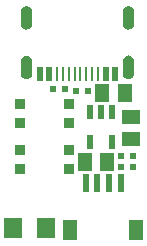
<source format=gbr>
G04 EAGLE Gerber RS-274X export*
G75*
%MOMM*%
%FSLAX34Y34*%
%LPD*%
%INSolderpaste Top*%
%IPPOS*%
%AMOC8*
5,1,8,0,0,1.08239X$1,22.5*%
G01*
%ADD10R,1.240000X1.500000*%
%ADD11R,0.900000X0.850000*%
%ADD12R,0.575000X1.150000*%
%ADD13R,0.275000X1.150000*%
%ADD14R,0.600000X0.600000*%
%ADD15R,0.500000X1.550000*%
%ADD16R,1.200000X1.800000*%
%ADD17R,0.550000X1.200000*%
%ADD18R,0.500000X0.500000*%
%ADD19R,1.500000X1.240000*%
%ADD20R,1.600000X1.800000*%
%ADD21R,0.900000X0.900000*%

G36*
X46724Y181351D02*
X46724Y181351D01*
X46724Y181352D01*
X46725Y181352D01*
X47799Y181727D01*
X47799Y181728D01*
X47800Y181728D01*
X48763Y182333D01*
X48763Y182334D01*
X48764Y182334D01*
X49568Y183138D01*
X49568Y183139D01*
X49569Y183139D01*
X50174Y184102D01*
X50174Y184103D01*
X50175Y184103D01*
X50550Y185177D01*
X50550Y185178D01*
X50551Y185178D01*
X50552Y185193D01*
X50553Y185198D01*
X50553Y185203D01*
X50554Y185208D01*
X50555Y185213D01*
X50555Y185218D01*
X50556Y185223D01*
X50556Y185228D01*
X50559Y185253D01*
X50560Y185258D01*
X50560Y185263D01*
X50561Y185268D01*
X50561Y185273D01*
X50562Y185278D01*
X50562Y185283D01*
X50563Y185288D01*
X50566Y185313D01*
X50566Y185318D01*
X50567Y185323D01*
X50567Y185328D01*
X50568Y185333D01*
X50569Y185337D01*
X50569Y185338D01*
X50569Y185342D01*
X50569Y185343D01*
X50570Y185347D01*
X50572Y185372D01*
X50573Y185377D01*
X50574Y185382D01*
X50574Y185387D01*
X50575Y185392D01*
X50575Y185397D01*
X50576Y185402D01*
X50576Y185407D01*
X50579Y185432D01*
X50580Y185437D01*
X50580Y185442D01*
X50581Y185447D01*
X50581Y185452D01*
X50582Y185457D01*
X50583Y185462D01*
X50583Y185467D01*
X50585Y185487D01*
X50586Y185492D01*
X50586Y185496D01*
X50586Y185497D01*
X50587Y185501D01*
X50587Y185502D01*
X50588Y185506D01*
X50588Y185511D01*
X50589Y185516D01*
X50589Y185521D01*
X50590Y185526D01*
X50592Y185546D01*
X50593Y185551D01*
X50593Y185556D01*
X50594Y185561D01*
X50594Y185566D01*
X50595Y185571D01*
X50595Y185576D01*
X50596Y185581D01*
X50597Y185586D01*
X50599Y185606D01*
X50599Y185611D01*
X50600Y185616D01*
X50600Y185621D01*
X50601Y185626D01*
X50602Y185631D01*
X50602Y185636D01*
X50603Y185641D01*
X50603Y185646D01*
X50605Y185665D01*
X50606Y185665D01*
X50606Y185670D01*
X50607Y185675D01*
X50607Y185680D01*
X50608Y185685D01*
X50608Y185690D01*
X50609Y185695D01*
X50609Y185700D01*
X50610Y185705D01*
X50612Y185725D01*
X50613Y185730D01*
X50613Y185735D01*
X50614Y185740D01*
X50614Y185745D01*
X50615Y185750D01*
X50616Y185755D01*
X50616Y185760D01*
X50617Y185765D01*
X50619Y185785D01*
X50619Y185790D01*
X50620Y185790D01*
X50619Y185790D01*
X50620Y185795D01*
X50621Y185800D01*
X50621Y185805D01*
X50622Y185810D01*
X50622Y185814D01*
X50622Y185815D01*
X50623Y185819D01*
X50623Y185820D01*
X50623Y185824D01*
X50626Y185844D01*
X50626Y185849D01*
X50627Y185854D01*
X50627Y185859D01*
X50628Y185864D01*
X50628Y185869D01*
X50629Y185874D01*
X50630Y185879D01*
X50630Y185884D01*
X50632Y185904D01*
X50633Y185909D01*
X50633Y185914D01*
X50634Y185914D01*
X50633Y185914D01*
X50634Y185919D01*
X50635Y185924D01*
X50635Y185929D01*
X50636Y185934D01*
X50636Y185939D01*
X50637Y185944D01*
X50639Y185964D01*
X50640Y185969D01*
X50640Y185973D01*
X50640Y185974D01*
X50641Y185978D01*
X50641Y185979D01*
X50641Y185983D01*
X50642Y185988D01*
X50642Y185993D01*
X50643Y185998D01*
X50644Y186003D01*
X50646Y186023D01*
X50646Y186028D01*
X50647Y186033D01*
X50647Y186038D01*
X50648Y186038D01*
X50647Y186038D01*
X50648Y186043D01*
X50649Y186048D01*
X50649Y186053D01*
X50650Y186058D01*
X50650Y186063D01*
X50653Y186083D01*
X50653Y186088D01*
X50654Y186093D01*
X50654Y186098D01*
X50655Y186103D01*
X50655Y186108D01*
X50656Y186113D01*
X50656Y186118D01*
X50657Y186123D01*
X50659Y186142D01*
X50660Y186147D01*
X50660Y186152D01*
X50661Y186157D01*
X50661Y186162D01*
X50662Y186162D01*
X50661Y186162D01*
X50662Y186167D01*
X50663Y186172D01*
X50663Y186177D01*
X50666Y186202D01*
X50667Y186207D01*
X50667Y186212D01*
X50668Y186217D01*
X50668Y186222D01*
X50669Y186227D01*
X50669Y186232D01*
X50670Y186237D01*
X50673Y186262D01*
X50673Y186267D01*
X50674Y186272D01*
X50674Y186277D01*
X50675Y186282D01*
X50675Y186287D01*
X50676Y186287D01*
X50675Y186287D01*
X50676Y186291D01*
X50676Y186292D01*
X50677Y186296D01*
X50677Y186297D01*
X50678Y186308D01*
X50678Y186309D01*
X50678Y195961D01*
X50678Y195962D01*
X50551Y197092D01*
X50550Y197092D01*
X50550Y197093D01*
X50175Y198167D01*
X50174Y198167D01*
X50174Y198168D01*
X49569Y199131D01*
X49568Y199131D01*
X49568Y199132D01*
X48764Y199936D01*
X48763Y199936D01*
X48763Y199937D01*
X47800Y200542D01*
X47799Y200542D01*
X47799Y200543D01*
X46725Y200918D01*
X46724Y200918D01*
X46724Y200919D01*
X45594Y201046D01*
X45593Y201046D01*
X45592Y201046D01*
X45358Y201020D01*
X45005Y200980D01*
X44653Y200940D01*
X44519Y200925D01*
X44518Y200924D01*
X44517Y200925D01*
X43497Y200568D01*
X43497Y200567D01*
X43496Y200567D01*
X42581Y199992D01*
X41816Y199228D01*
X41816Y199227D01*
X41241Y198312D01*
X41241Y198311D01*
X41240Y198311D01*
X40883Y197291D01*
X40884Y197290D01*
X40883Y197289D01*
X40882Y197284D01*
X40882Y197279D01*
X40881Y197274D01*
X40879Y197254D01*
X40879Y197249D01*
X40878Y197249D01*
X40879Y197249D01*
X40878Y197244D01*
X40877Y197239D01*
X40877Y197234D01*
X40876Y197229D01*
X40876Y197224D01*
X40875Y197219D01*
X40872Y197194D01*
X40872Y197189D01*
X40871Y197184D01*
X40871Y197179D01*
X40870Y197174D01*
X40870Y197169D01*
X40869Y197164D01*
X40868Y197159D01*
X40866Y197135D01*
X40865Y197130D01*
X40865Y197125D01*
X40864Y197125D01*
X40865Y197125D01*
X40864Y197120D01*
X40863Y197115D01*
X40863Y197110D01*
X40862Y197105D01*
X40862Y197100D01*
X40859Y197080D01*
X40859Y197075D01*
X40858Y197070D01*
X40858Y197065D01*
X40857Y197060D01*
X40857Y197055D01*
X40856Y197050D01*
X40856Y197045D01*
X40855Y197040D01*
X40853Y197020D01*
X40852Y197015D01*
X40852Y197010D01*
X40851Y197005D01*
X40851Y197000D01*
X40850Y197000D01*
X40851Y197000D01*
X40850Y196995D01*
X40849Y196991D01*
X40849Y196990D01*
X40849Y196986D01*
X40849Y196985D01*
X40848Y196981D01*
X40846Y196961D01*
X40845Y196956D01*
X40845Y196951D01*
X40844Y196946D01*
X40844Y196941D01*
X40843Y196936D01*
X40843Y196931D01*
X40842Y196926D01*
X40842Y196921D01*
X40839Y196901D01*
X40839Y196896D01*
X40838Y196891D01*
X40838Y196886D01*
X40837Y196881D01*
X40837Y196876D01*
X40836Y196876D01*
X40837Y196876D01*
X40836Y196871D01*
X40835Y196866D01*
X40833Y196841D01*
X40832Y196836D01*
X40831Y196832D01*
X40831Y196831D01*
X40831Y196827D01*
X40831Y196826D01*
X40830Y196822D01*
X40830Y196817D01*
X40829Y196812D01*
X40829Y196807D01*
X40826Y196782D01*
X40825Y196777D01*
X40825Y196772D01*
X40824Y196767D01*
X40824Y196762D01*
X40823Y196757D01*
X40823Y196752D01*
X40822Y196752D01*
X40823Y196752D01*
X40822Y196747D01*
X40820Y196727D01*
X40819Y196722D01*
X40819Y196717D01*
X40818Y196712D01*
X40817Y196707D01*
X40817Y196702D01*
X40816Y196697D01*
X40816Y196692D01*
X40815Y196687D01*
X40813Y196668D01*
X40813Y196667D01*
X40812Y196663D01*
X40812Y196658D01*
X40811Y196653D01*
X40811Y196648D01*
X40810Y196643D01*
X40810Y196638D01*
X40809Y196633D01*
X40809Y196628D01*
X40808Y196628D01*
X40809Y196628D01*
X40806Y196608D01*
X40806Y196603D01*
X40805Y196598D01*
X40805Y196593D01*
X40804Y196588D01*
X40803Y196583D01*
X40803Y196578D01*
X40802Y196573D01*
X40802Y196568D01*
X40800Y196548D01*
X40799Y196543D01*
X40798Y196538D01*
X40798Y196533D01*
X40797Y196528D01*
X40797Y196523D01*
X40796Y196518D01*
X40796Y196514D01*
X40796Y196513D01*
X40793Y196489D01*
X40792Y196484D01*
X40792Y196479D01*
X40791Y196474D01*
X40791Y196469D01*
X40790Y196464D01*
X40789Y196459D01*
X40789Y196454D01*
X40786Y196429D01*
X40786Y196424D01*
X40785Y196419D01*
X40784Y196414D01*
X40784Y196409D01*
X40783Y196404D01*
X40783Y196399D01*
X40782Y196394D01*
X40780Y196374D01*
X40779Y196369D01*
X40779Y196364D01*
X40778Y196359D01*
X40778Y196355D01*
X40778Y196354D01*
X40777Y196350D01*
X40777Y196349D01*
X40777Y196345D01*
X40776Y196340D01*
X40775Y196335D01*
X40773Y196315D01*
X40773Y196310D01*
X40772Y196305D01*
X40772Y196300D01*
X40771Y196295D01*
X40770Y196290D01*
X40770Y196285D01*
X40769Y196280D01*
X40769Y196275D01*
X40767Y196255D01*
X40766Y196250D01*
X40765Y196245D01*
X40765Y196240D01*
X40764Y196235D01*
X40764Y196230D01*
X40763Y196225D01*
X40763Y196220D01*
X40762Y196216D01*
X40762Y196215D01*
X40762Y186055D01*
X40762Y186054D01*
X40883Y184981D01*
X40884Y184980D01*
X40883Y184979D01*
X41240Y183959D01*
X41241Y183959D01*
X41241Y183958D01*
X41816Y183043D01*
X42581Y182278D01*
X43496Y181703D01*
X43497Y181703D01*
X43497Y181702D01*
X44517Y181345D01*
X44518Y181346D01*
X44519Y181345D01*
X45592Y181224D01*
X45593Y181225D01*
X45594Y181224D01*
X46724Y181351D01*
G37*
G36*
X133084Y181351D02*
X133084Y181351D01*
X133084Y181352D01*
X133085Y181352D01*
X134159Y181727D01*
X134159Y181728D01*
X134160Y181728D01*
X135123Y182333D01*
X135123Y182334D01*
X135124Y182334D01*
X135928Y183138D01*
X135928Y183139D01*
X135929Y183139D01*
X136534Y184102D01*
X136534Y184103D01*
X136535Y184103D01*
X136910Y185177D01*
X136910Y185178D01*
X136911Y185178D01*
X136912Y185193D01*
X136913Y185198D01*
X136913Y185203D01*
X136914Y185208D01*
X136915Y185213D01*
X136915Y185218D01*
X136916Y185223D01*
X136916Y185228D01*
X136919Y185253D01*
X136920Y185258D01*
X136920Y185263D01*
X136921Y185268D01*
X136921Y185273D01*
X136922Y185278D01*
X136922Y185283D01*
X136923Y185288D01*
X136926Y185313D01*
X136926Y185318D01*
X136927Y185323D01*
X136927Y185328D01*
X136928Y185333D01*
X136929Y185337D01*
X136929Y185338D01*
X136929Y185342D01*
X136929Y185343D01*
X136930Y185347D01*
X136932Y185372D01*
X136933Y185377D01*
X136934Y185382D01*
X136934Y185387D01*
X136935Y185392D01*
X136935Y185397D01*
X136936Y185402D01*
X136936Y185407D01*
X136939Y185432D01*
X136940Y185437D01*
X136940Y185442D01*
X136941Y185447D01*
X136941Y185452D01*
X136942Y185457D01*
X136943Y185462D01*
X136943Y185467D01*
X136945Y185487D01*
X136946Y185492D01*
X136946Y185496D01*
X136946Y185497D01*
X136947Y185501D01*
X136947Y185502D01*
X136948Y185506D01*
X136948Y185511D01*
X136949Y185516D01*
X136949Y185521D01*
X136950Y185526D01*
X136952Y185546D01*
X136953Y185551D01*
X136953Y185556D01*
X136954Y185561D01*
X136954Y185566D01*
X136955Y185571D01*
X136955Y185576D01*
X136956Y185581D01*
X136957Y185586D01*
X136959Y185606D01*
X136959Y185611D01*
X136960Y185616D01*
X136960Y185621D01*
X136961Y185626D01*
X136962Y185631D01*
X136962Y185636D01*
X136963Y185641D01*
X136963Y185646D01*
X136965Y185665D01*
X136966Y185665D01*
X136966Y185670D01*
X136967Y185675D01*
X136967Y185680D01*
X136968Y185685D01*
X136968Y185690D01*
X136969Y185695D01*
X136969Y185700D01*
X136970Y185705D01*
X136972Y185725D01*
X136973Y185730D01*
X136973Y185735D01*
X136974Y185740D01*
X136974Y185745D01*
X136975Y185750D01*
X136976Y185755D01*
X136976Y185760D01*
X136977Y185765D01*
X136979Y185785D01*
X136979Y185790D01*
X136980Y185790D01*
X136979Y185790D01*
X136980Y185795D01*
X136981Y185800D01*
X136981Y185805D01*
X136982Y185810D01*
X136982Y185814D01*
X136982Y185815D01*
X136983Y185819D01*
X136983Y185820D01*
X136983Y185824D01*
X136986Y185844D01*
X136986Y185849D01*
X136987Y185854D01*
X136987Y185859D01*
X136988Y185864D01*
X136988Y185869D01*
X136989Y185874D01*
X136990Y185879D01*
X136990Y185884D01*
X136992Y185904D01*
X136993Y185909D01*
X136993Y185914D01*
X136994Y185914D01*
X136993Y185914D01*
X136994Y185919D01*
X136995Y185924D01*
X136995Y185929D01*
X136996Y185934D01*
X136996Y185939D01*
X136997Y185944D01*
X136999Y185964D01*
X137000Y185969D01*
X137000Y185973D01*
X137000Y185974D01*
X137001Y185978D01*
X137001Y185979D01*
X137001Y185983D01*
X137002Y185988D01*
X137002Y185993D01*
X137003Y185998D01*
X137004Y186003D01*
X137006Y186023D01*
X137006Y186028D01*
X137007Y186033D01*
X137007Y186038D01*
X137008Y186038D01*
X137007Y186038D01*
X137008Y186043D01*
X137009Y186048D01*
X137009Y186053D01*
X137010Y186058D01*
X137010Y186063D01*
X137013Y186083D01*
X137013Y186088D01*
X137014Y186093D01*
X137014Y186098D01*
X137015Y186103D01*
X137015Y186108D01*
X137016Y186113D01*
X137016Y186118D01*
X137017Y186123D01*
X137019Y186142D01*
X137020Y186147D01*
X137020Y186152D01*
X137021Y186157D01*
X137021Y186162D01*
X137022Y186162D01*
X137021Y186162D01*
X137022Y186167D01*
X137023Y186172D01*
X137023Y186177D01*
X137026Y186202D01*
X137027Y186207D01*
X137027Y186212D01*
X137028Y186217D01*
X137028Y186222D01*
X137029Y186227D01*
X137029Y186232D01*
X137030Y186237D01*
X137033Y186262D01*
X137033Y186267D01*
X137034Y186272D01*
X137034Y186277D01*
X137035Y186282D01*
X137035Y186287D01*
X137036Y186287D01*
X137035Y186287D01*
X137036Y186291D01*
X137036Y186292D01*
X137037Y186296D01*
X137037Y186297D01*
X137038Y186308D01*
X137038Y186309D01*
X137038Y195961D01*
X137038Y195962D01*
X136911Y197092D01*
X136910Y197092D01*
X136910Y197093D01*
X136535Y198167D01*
X136534Y198167D01*
X136534Y198168D01*
X135929Y199131D01*
X135928Y199131D01*
X135928Y199132D01*
X135124Y199936D01*
X135123Y199936D01*
X135123Y199937D01*
X134160Y200542D01*
X134159Y200542D01*
X134159Y200543D01*
X133085Y200918D01*
X133084Y200918D01*
X133084Y200919D01*
X131954Y201046D01*
X131953Y201046D01*
X131952Y201046D01*
X131718Y201020D01*
X131365Y200980D01*
X131013Y200940D01*
X130879Y200925D01*
X130878Y200924D01*
X130877Y200925D01*
X129857Y200568D01*
X129857Y200567D01*
X129856Y200567D01*
X128941Y199992D01*
X128176Y199228D01*
X128176Y199227D01*
X127601Y198312D01*
X127601Y198311D01*
X127600Y198311D01*
X127243Y197291D01*
X127244Y197290D01*
X127243Y197289D01*
X127242Y197284D01*
X127242Y197279D01*
X127241Y197274D01*
X127239Y197254D01*
X127239Y197249D01*
X127238Y197249D01*
X127239Y197249D01*
X127238Y197244D01*
X127237Y197239D01*
X127237Y197234D01*
X127236Y197229D01*
X127236Y197224D01*
X127235Y197219D01*
X127232Y197194D01*
X127232Y197189D01*
X127231Y197184D01*
X127231Y197179D01*
X127230Y197174D01*
X127230Y197169D01*
X127229Y197164D01*
X127228Y197159D01*
X127226Y197135D01*
X127225Y197130D01*
X127225Y197125D01*
X127224Y197125D01*
X127225Y197125D01*
X127224Y197120D01*
X127223Y197115D01*
X127223Y197110D01*
X127222Y197105D01*
X127222Y197100D01*
X127219Y197080D01*
X127219Y197075D01*
X127218Y197070D01*
X127218Y197065D01*
X127217Y197060D01*
X127217Y197055D01*
X127216Y197050D01*
X127216Y197045D01*
X127215Y197040D01*
X127213Y197020D01*
X127212Y197015D01*
X127212Y197010D01*
X127211Y197005D01*
X127211Y197000D01*
X127210Y197000D01*
X127211Y197000D01*
X127210Y196995D01*
X127209Y196991D01*
X127209Y196990D01*
X127209Y196986D01*
X127209Y196985D01*
X127208Y196981D01*
X127206Y196961D01*
X127205Y196956D01*
X127205Y196951D01*
X127204Y196946D01*
X127204Y196941D01*
X127203Y196936D01*
X127203Y196931D01*
X127202Y196926D01*
X127202Y196921D01*
X127199Y196901D01*
X127199Y196896D01*
X127198Y196891D01*
X127198Y196886D01*
X127197Y196881D01*
X127197Y196876D01*
X127196Y196876D01*
X127197Y196876D01*
X127196Y196871D01*
X127195Y196866D01*
X127193Y196841D01*
X127192Y196836D01*
X127191Y196832D01*
X127191Y196831D01*
X127191Y196827D01*
X127191Y196826D01*
X127190Y196822D01*
X127190Y196817D01*
X127189Y196812D01*
X127189Y196807D01*
X127186Y196782D01*
X127185Y196777D01*
X127185Y196772D01*
X127184Y196767D01*
X127184Y196762D01*
X127183Y196757D01*
X127183Y196752D01*
X127182Y196752D01*
X127183Y196752D01*
X127182Y196747D01*
X127180Y196727D01*
X127179Y196722D01*
X127179Y196717D01*
X127178Y196712D01*
X127177Y196707D01*
X127177Y196702D01*
X127176Y196697D01*
X127176Y196692D01*
X127175Y196687D01*
X127173Y196668D01*
X127173Y196667D01*
X127172Y196663D01*
X127172Y196658D01*
X127171Y196653D01*
X127171Y196648D01*
X127170Y196643D01*
X127170Y196638D01*
X127169Y196633D01*
X127169Y196628D01*
X127168Y196628D01*
X127169Y196628D01*
X127166Y196608D01*
X127166Y196603D01*
X127165Y196598D01*
X127165Y196593D01*
X127164Y196588D01*
X127163Y196583D01*
X127163Y196578D01*
X127162Y196573D01*
X127162Y196568D01*
X127160Y196548D01*
X127159Y196543D01*
X127158Y196538D01*
X127158Y196533D01*
X127157Y196528D01*
X127157Y196523D01*
X127156Y196518D01*
X127156Y196514D01*
X127156Y196513D01*
X127153Y196489D01*
X127152Y196484D01*
X127152Y196479D01*
X127151Y196474D01*
X127151Y196469D01*
X127150Y196464D01*
X127149Y196459D01*
X127149Y196454D01*
X127146Y196429D01*
X127146Y196424D01*
X127145Y196419D01*
X127144Y196414D01*
X127144Y196409D01*
X127143Y196404D01*
X127143Y196399D01*
X127142Y196394D01*
X127140Y196374D01*
X127139Y196369D01*
X127139Y196364D01*
X127138Y196359D01*
X127138Y196355D01*
X127138Y196354D01*
X127137Y196350D01*
X127137Y196349D01*
X127137Y196345D01*
X127136Y196340D01*
X127135Y196335D01*
X127133Y196315D01*
X127133Y196310D01*
X127132Y196305D01*
X127132Y196300D01*
X127131Y196295D01*
X127130Y196290D01*
X127130Y196285D01*
X127129Y196280D01*
X127129Y196275D01*
X127127Y196255D01*
X127126Y196250D01*
X127125Y196245D01*
X127125Y196240D01*
X127124Y196235D01*
X127124Y196230D01*
X127123Y196225D01*
X127123Y196220D01*
X127122Y196216D01*
X127122Y196215D01*
X127122Y186055D01*
X127122Y186054D01*
X127243Y184981D01*
X127244Y184980D01*
X127243Y184979D01*
X127600Y183959D01*
X127601Y183959D01*
X127601Y183958D01*
X128176Y183043D01*
X128941Y182278D01*
X129856Y181703D01*
X129857Y181703D01*
X129857Y181702D01*
X130877Y181345D01*
X130878Y181346D01*
X130879Y181345D01*
X131952Y181224D01*
X131953Y181225D01*
X131954Y181224D01*
X133084Y181351D01*
G37*
G36*
X133211Y139568D02*
X133211Y139568D01*
X133211Y139569D01*
X133212Y139569D01*
X134286Y139944D01*
X134286Y139945D01*
X134287Y139945D01*
X135250Y140550D01*
X135250Y140551D01*
X135251Y140551D01*
X136055Y141355D01*
X136055Y141356D01*
X136056Y141356D01*
X136661Y142319D01*
X136661Y142320D01*
X136662Y142320D01*
X137037Y143394D01*
X137037Y143395D01*
X137038Y143395D01*
X137039Y143410D01*
X137040Y143415D01*
X137040Y143420D01*
X137041Y143425D01*
X137042Y143430D01*
X137042Y143435D01*
X137043Y143440D01*
X137043Y143445D01*
X137046Y143470D01*
X137047Y143475D01*
X137047Y143480D01*
X137048Y143485D01*
X137048Y143490D01*
X137049Y143495D01*
X137049Y143500D01*
X137050Y143505D01*
X137053Y143530D01*
X137053Y143535D01*
X137054Y143540D01*
X137054Y143545D01*
X137055Y143550D01*
X137056Y143554D01*
X137056Y143555D01*
X137056Y143559D01*
X137056Y143560D01*
X137057Y143564D01*
X137059Y143589D01*
X137060Y143594D01*
X137061Y143599D01*
X137061Y143604D01*
X137062Y143609D01*
X137062Y143614D01*
X137063Y143619D01*
X137063Y143624D01*
X137066Y143649D01*
X137067Y143654D01*
X137067Y143659D01*
X137068Y143664D01*
X137068Y143669D01*
X137069Y143674D01*
X137070Y143679D01*
X137070Y143684D01*
X137072Y143704D01*
X137073Y143709D01*
X137073Y143713D01*
X137073Y143714D01*
X137074Y143718D01*
X137074Y143719D01*
X137075Y143723D01*
X137075Y143728D01*
X137076Y143733D01*
X137076Y143738D01*
X137077Y143743D01*
X137079Y143763D01*
X137080Y143768D01*
X137080Y143773D01*
X137081Y143778D01*
X137081Y143783D01*
X137082Y143788D01*
X137082Y143793D01*
X137083Y143798D01*
X137084Y143803D01*
X137086Y143823D01*
X137086Y143828D01*
X137087Y143833D01*
X137087Y143838D01*
X137088Y143843D01*
X137089Y143848D01*
X137089Y143853D01*
X137090Y143858D01*
X137090Y143863D01*
X137092Y143882D01*
X137093Y143882D01*
X137093Y143887D01*
X137094Y143892D01*
X137094Y143897D01*
X137095Y143902D01*
X137095Y143907D01*
X137096Y143912D01*
X137096Y143917D01*
X137097Y143922D01*
X137099Y143942D01*
X137100Y143947D01*
X137100Y143952D01*
X137101Y143957D01*
X137101Y143962D01*
X137102Y143967D01*
X137103Y143972D01*
X137103Y143977D01*
X137104Y143982D01*
X137106Y144002D01*
X137106Y144007D01*
X137107Y144007D01*
X137106Y144007D01*
X137107Y144012D01*
X137108Y144017D01*
X137108Y144022D01*
X137109Y144027D01*
X137109Y144031D01*
X137109Y144032D01*
X137110Y144036D01*
X137110Y144037D01*
X137110Y144041D01*
X137113Y144061D01*
X137113Y144066D01*
X137114Y144071D01*
X137114Y144076D01*
X137115Y144081D01*
X137115Y144086D01*
X137116Y144091D01*
X137117Y144096D01*
X137117Y144101D01*
X137119Y144121D01*
X137120Y144126D01*
X137120Y144131D01*
X137121Y144131D01*
X137120Y144131D01*
X137121Y144136D01*
X137122Y144141D01*
X137122Y144146D01*
X137123Y144151D01*
X137123Y144156D01*
X137124Y144161D01*
X137126Y144181D01*
X137127Y144186D01*
X137127Y144190D01*
X137127Y144191D01*
X137128Y144195D01*
X137128Y144196D01*
X137128Y144200D01*
X137129Y144205D01*
X137129Y144210D01*
X137130Y144215D01*
X137131Y144220D01*
X137133Y144240D01*
X137133Y144245D01*
X137134Y144250D01*
X137134Y144255D01*
X137135Y144255D01*
X137134Y144255D01*
X137135Y144260D01*
X137136Y144265D01*
X137136Y144270D01*
X137137Y144275D01*
X137137Y144280D01*
X137140Y144300D01*
X137140Y144305D01*
X137141Y144310D01*
X137141Y144315D01*
X137142Y144320D01*
X137142Y144325D01*
X137143Y144330D01*
X137143Y144335D01*
X137144Y144340D01*
X137146Y144359D01*
X137147Y144364D01*
X137147Y144369D01*
X137148Y144374D01*
X137148Y144379D01*
X137149Y144379D01*
X137148Y144379D01*
X137149Y144384D01*
X137150Y144389D01*
X137150Y144394D01*
X137153Y144419D01*
X137154Y144424D01*
X137154Y144429D01*
X137155Y144434D01*
X137155Y144439D01*
X137156Y144444D01*
X137156Y144449D01*
X137157Y144454D01*
X137160Y144479D01*
X137160Y144484D01*
X137161Y144489D01*
X137161Y144494D01*
X137162Y144499D01*
X137162Y144504D01*
X137163Y144504D01*
X137162Y144504D01*
X137163Y144508D01*
X137163Y144509D01*
X137164Y144513D01*
X137164Y144514D01*
X137165Y144525D01*
X137165Y144526D01*
X137165Y154178D01*
X137165Y154179D01*
X137038Y155309D01*
X137037Y155309D01*
X137037Y155310D01*
X136662Y156384D01*
X136661Y156384D01*
X136661Y156385D01*
X136056Y157348D01*
X136055Y157348D01*
X136055Y157349D01*
X135251Y158153D01*
X135250Y158153D01*
X135250Y158154D01*
X134287Y158759D01*
X134286Y158759D01*
X134286Y158760D01*
X133212Y159135D01*
X133211Y159135D01*
X133211Y159136D01*
X132081Y159263D01*
X132080Y159263D01*
X132079Y159263D01*
X131845Y159237D01*
X131492Y159197D01*
X131140Y159157D01*
X131006Y159142D01*
X131005Y159141D01*
X131004Y159142D01*
X129984Y158785D01*
X129984Y158784D01*
X129983Y158784D01*
X129068Y158209D01*
X128303Y157445D01*
X128303Y157444D01*
X127728Y156529D01*
X127728Y156528D01*
X127727Y156528D01*
X127370Y155508D01*
X127371Y155507D01*
X127370Y155506D01*
X127369Y155501D01*
X127369Y155496D01*
X127368Y155491D01*
X127366Y155471D01*
X127366Y155466D01*
X127365Y155466D01*
X127366Y155466D01*
X127365Y155461D01*
X127364Y155456D01*
X127364Y155451D01*
X127363Y155446D01*
X127363Y155441D01*
X127362Y155436D01*
X127359Y155411D01*
X127359Y155406D01*
X127358Y155401D01*
X127358Y155396D01*
X127357Y155391D01*
X127357Y155386D01*
X127356Y155381D01*
X127355Y155376D01*
X127353Y155352D01*
X127352Y155347D01*
X127352Y155342D01*
X127351Y155342D01*
X127352Y155342D01*
X127351Y155337D01*
X127350Y155332D01*
X127350Y155327D01*
X127349Y155322D01*
X127349Y155317D01*
X127346Y155297D01*
X127346Y155292D01*
X127345Y155287D01*
X127345Y155282D01*
X127344Y155277D01*
X127344Y155272D01*
X127343Y155267D01*
X127343Y155262D01*
X127342Y155257D01*
X127340Y155237D01*
X127339Y155232D01*
X127339Y155227D01*
X127338Y155222D01*
X127338Y155217D01*
X127337Y155217D01*
X127338Y155217D01*
X127337Y155212D01*
X127336Y155208D01*
X127336Y155207D01*
X127336Y155203D01*
X127336Y155202D01*
X127335Y155198D01*
X127333Y155178D01*
X127332Y155173D01*
X127332Y155168D01*
X127331Y155163D01*
X127331Y155158D01*
X127330Y155153D01*
X127330Y155148D01*
X127329Y155143D01*
X127329Y155138D01*
X127326Y155118D01*
X127326Y155113D01*
X127325Y155108D01*
X127325Y155103D01*
X127324Y155098D01*
X127324Y155093D01*
X127323Y155093D01*
X127324Y155093D01*
X127323Y155088D01*
X127322Y155083D01*
X127320Y155058D01*
X127319Y155053D01*
X127318Y155049D01*
X127318Y155048D01*
X127318Y155044D01*
X127318Y155043D01*
X127317Y155039D01*
X127317Y155034D01*
X127316Y155029D01*
X127316Y155024D01*
X127313Y154999D01*
X127312Y154994D01*
X127312Y154989D01*
X127311Y154984D01*
X127311Y154979D01*
X127310Y154974D01*
X127310Y154969D01*
X127309Y154969D01*
X127310Y154969D01*
X127309Y154964D01*
X127307Y154944D01*
X127306Y154939D01*
X127306Y154934D01*
X127305Y154929D01*
X127304Y154924D01*
X127304Y154919D01*
X127303Y154914D01*
X127303Y154909D01*
X127302Y154904D01*
X127300Y154885D01*
X127300Y154884D01*
X127299Y154880D01*
X127299Y154875D01*
X127298Y154870D01*
X127298Y154865D01*
X127297Y154860D01*
X127297Y154855D01*
X127296Y154850D01*
X127296Y154845D01*
X127295Y154845D01*
X127296Y154845D01*
X127293Y154825D01*
X127293Y154820D01*
X127292Y154815D01*
X127292Y154810D01*
X127291Y154805D01*
X127290Y154800D01*
X127290Y154795D01*
X127289Y154790D01*
X127289Y154785D01*
X127287Y154765D01*
X127286Y154760D01*
X127285Y154755D01*
X127285Y154750D01*
X127284Y154745D01*
X127284Y154740D01*
X127283Y154735D01*
X127283Y154731D01*
X127283Y154730D01*
X127280Y154706D01*
X127279Y154701D01*
X127279Y154696D01*
X127278Y154691D01*
X127278Y154686D01*
X127277Y154681D01*
X127276Y154676D01*
X127276Y154671D01*
X127273Y154646D01*
X127273Y154641D01*
X127272Y154636D01*
X127271Y154631D01*
X127271Y154626D01*
X127270Y154621D01*
X127270Y154616D01*
X127269Y154611D01*
X127267Y154591D01*
X127266Y154586D01*
X127266Y154581D01*
X127265Y154576D01*
X127265Y154572D01*
X127265Y154571D01*
X127264Y154567D01*
X127264Y154566D01*
X127264Y154562D01*
X127263Y154557D01*
X127262Y154552D01*
X127260Y154532D01*
X127260Y154527D01*
X127259Y154522D01*
X127259Y154517D01*
X127258Y154512D01*
X127257Y154507D01*
X127257Y154502D01*
X127256Y154497D01*
X127256Y154492D01*
X127254Y154472D01*
X127253Y154467D01*
X127252Y154462D01*
X127252Y154457D01*
X127251Y154452D01*
X127251Y154447D01*
X127250Y154442D01*
X127250Y154437D01*
X127249Y154433D01*
X127249Y154432D01*
X127249Y144272D01*
X127249Y144271D01*
X127370Y143198D01*
X127371Y143197D01*
X127370Y143196D01*
X127727Y142176D01*
X127728Y142176D01*
X127728Y142175D01*
X128303Y141260D01*
X129068Y140495D01*
X129983Y139920D01*
X129984Y139920D01*
X129984Y139919D01*
X131004Y139562D01*
X131005Y139563D01*
X131006Y139562D01*
X132079Y139441D01*
X132080Y139442D01*
X132081Y139441D01*
X133211Y139568D01*
G37*
G36*
X46724Y139441D02*
X46724Y139441D01*
X46724Y139442D01*
X46725Y139442D01*
X47799Y139817D01*
X47799Y139818D01*
X47800Y139818D01*
X48763Y140423D01*
X48763Y140424D01*
X48764Y140424D01*
X49568Y141228D01*
X49568Y141229D01*
X49569Y141229D01*
X50174Y142192D01*
X50174Y142193D01*
X50175Y142193D01*
X50550Y143267D01*
X50550Y143268D01*
X50551Y143268D01*
X50552Y143283D01*
X50553Y143288D01*
X50553Y143293D01*
X50554Y143298D01*
X50555Y143303D01*
X50555Y143308D01*
X50556Y143313D01*
X50556Y143318D01*
X50559Y143343D01*
X50560Y143348D01*
X50560Y143353D01*
X50561Y143358D01*
X50561Y143363D01*
X50562Y143368D01*
X50562Y143373D01*
X50563Y143378D01*
X50566Y143403D01*
X50566Y143408D01*
X50567Y143413D01*
X50567Y143418D01*
X50568Y143423D01*
X50569Y143427D01*
X50569Y143428D01*
X50569Y143432D01*
X50569Y143433D01*
X50570Y143437D01*
X50572Y143462D01*
X50573Y143467D01*
X50574Y143472D01*
X50574Y143477D01*
X50575Y143482D01*
X50575Y143487D01*
X50576Y143492D01*
X50576Y143497D01*
X50579Y143522D01*
X50580Y143527D01*
X50580Y143532D01*
X50581Y143537D01*
X50581Y143542D01*
X50582Y143547D01*
X50583Y143552D01*
X50583Y143557D01*
X50585Y143577D01*
X50586Y143582D01*
X50586Y143586D01*
X50586Y143587D01*
X50587Y143591D01*
X50587Y143592D01*
X50588Y143596D01*
X50588Y143601D01*
X50589Y143606D01*
X50589Y143611D01*
X50590Y143616D01*
X50592Y143636D01*
X50593Y143641D01*
X50593Y143646D01*
X50594Y143651D01*
X50594Y143656D01*
X50595Y143661D01*
X50595Y143666D01*
X50596Y143671D01*
X50597Y143676D01*
X50599Y143696D01*
X50599Y143701D01*
X50600Y143706D01*
X50600Y143711D01*
X50601Y143716D01*
X50602Y143721D01*
X50602Y143726D01*
X50603Y143731D01*
X50603Y143736D01*
X50605Y143755D01*
X50606Y143755D01*
X50606Y143760D01*
X50607Y143765D01*
X50607Y143770D01*
X50608Y143775D01*
X50608Y143780D01*
X50609Y143785D01*
X50609Y143790D01*
X50610Y143795D01*
X50612Y143815D01*
X50613Y143820D01*
X50613Y143825D01*
X50614Y143830D01*
X50614Y143835D01*
X50615Y143840D01*
X50616Y143845D01*
X50616Y143850D01*
X50617Y143855D01*
X50619Y143875D01*
X50619Y143880D01*
X50620Y143880D01*
X50619Y143880D01*
X50620Y143885D01*
X50621Y143890D01*
X50621Y143895D01*
X50622Y143900D01*
X50622Y143904D01*
X50622Y143905D01*
X50623Y143909D01*
X50623Y143910D01*
X50623Y143914D01*
X50626Y143934D01*
X50626Y143939D01*
X50627Y143944D01*
X50627Y143949D01*
X50628Y143954D01*
X50628Y143959D01*
X50629Y143964D01*
X50630Y143969D01*
X50630Y143974D01*
X50632Y143994D01*
X50633Y143999D01*
X50633Y144004D01*
X50634Y144004D01*
X50633Y144004D01*
X50634Y144009D01*
X50635Y144014D01*
X50635Y144019D01*
X50636Y144024D01*
X50636Y144029D01*
X50637Y144034D01*
X50639Y144054D01*
X50640Y144059D01*
X50640Y144063D01*
X50640Y144064D01*
X50641Y144068D01*
X50641Y144069D01*
X50641Y144073D01*
X50642Y144078D01*
X50642Y144083D01*
X50643Y144088D01*
X50644Y144093D01*
X50646Y144113D01*
X50646Y144118D01*
X50647Y144123D01*
X50647Y144128D01*
X50648Y144128D01*
X50647Y144128D01*
X50648Y144133D01*
X50649Y144138D01*
X50649Y144143D01*
X50650Y144148D01*
X50650Y144153D01*
X50653Y144173D01*
X50653Y144178D01*
X50654Y144183D01*
X50654Y144188D01*
X50655Y144193D01*
X50655Y144198D01*
X50656Y144203D01*
X50656Y144208D01*
X50657Y144213D01*
X50659Y144232D01*
X50660Y144237D01*
X50660Y144242D01*
X50661Y144247D01*
X50661Y144252D01*
X50662Y144252D01*
X50661Y144252D01*
X50662Y144257D01*
X50663Y144262D01*
X50663Y144267D01*
X50666Y144292D01*
X50667Y144297D01*
X50667Y144302D01*
X50668Y144307D01*
X50668Y144312D01*
X50669Y144317D01*
X50669Y144322D01*
X50670Y144327D01*
X50673Y144352D01*
X50673Y144357D01*
X50674Y144362D01*
X50674Y144367D01*
X50675Y144372D01*
X50675Y144377D01*
X50676Y144377D01*
X50675Y144377D01*
X50676Y144381D01*
X50676Y144382D01*
X50677Y144386D01*
X50677Y144387D01*
X50678Y144398D01*
X50678Y144399D01*
X50678Y154051D01*
X50678Y154052D01*
X50551Y155182D01*
X50550Y155182D01*
X50550Y155183D01*
X50175Y156257D01*
X50174Y156257D01*
X50174Y156258D01*
X49569Y157221D01*
X49568Y157221D01*
X49568Y157222D01*
X48764Y158026D01*
X48763Y158026D01*
X48763Y158027D01*
X47800Y158632D01*
X47799Y158632D01*
X47799Y158633D01*
X46725Y159008D01*
X46724Y159008D01*
X46724Y159009D01*
X45594Y159136D01*
X45593Y159136D01*
X45592Y159136D01*
X45358Y159110D01*
X45005Y159070D01*
X44653Y159030D01*
X44519Y159015D01*
X44518Y159014D01*
X44517Y159015D01*
X43497Y158658D01*
X43497Y158657D01*
X43496Y158657D01*
X42581Y158082D01*
X41816Y157318D01*
X41816Y157317D01*
X41241Y156402D01*
X41241Y156401D01*
X41240Y156401D01*
X40883Y155381D01*
X40884Y155380D01*
X40883Y155379D01*
X40882Y155374D01*
X40882Y155369D01*
X40881Y155364D01*
X40879Y155344D01*
X40879Y155339D01*
X40878Y155339D01*
X40879Y155339D01*
X40878Y155334D01*
X40877Y155329D01*
X40877Y155324D01*
X40876Y155319D01*
X40876Y155314D01*
X40875Y155309D01*
X40872Y155284D01*
X40872Y155279D01*
X40871Y155274D01*
X40871Y155269D01*
X40870Y155264D01*
X40870Y155259D01*
X40869Y155254D01*
X40868Y155249D01*
X40866Y155225D01*
X40865Y155220D01*
X40865Y155215D01*
X40864Y155215D01*
X40865Y155215D01*
X40864Y155210D01*
X40863Y155205D01*
X40863Y155200D01*
X40862Y155195D01*
X40862Y155190D01*
X40859Y155170D01*
X40859Y155165D01*
X40858Y155160D01*
X40858Y155155D01*
X40857Y155150D01*
X40857Y155145D01*
X40856Y155140D01*
X40856Y155135D01*
X40855Y155130D01*
X40853Y155110D01*
X40852Y155105D01*
X40852Y155100D01*
X40851Y155095D01*
X40851Y155090D01*
X40850Y155090D01*
X40851Y155090D01*
X40850Y155085D01*
X40849Y155081D01*
X40849Y155080D01*
X40849Y155076D01*
X40849Y155075D01*
X40848Y155071D01*
X40846Y155051D01*
X40845Y155046D01*
X40845Y155041D01*
X40844Y155036D01*
X40844Y155031D01*
X40843Y155026D01*
X40843Y155021D01*
X40842Y155016D01*
X40842Y155011D01*
X40839Y154991D01*
X40839Y154986D01*
X40838Y154981D01*
X40838Y154976D01*
X40837Y154971D01*
X40837Y154966D01*
X40836Y154966D01*
X40837Y154966D01*
X40836Y154961D01*
X40835Y154956D01*
X40833Y154931D01*
X40832Y154926D01*
X40831Y154922D01*
X40831Y154921D01*
X40831Y154917D01*
X40831Y154916D01*
X40830Y154912D01*
X40830Y154907D01*
X40829Y154902D01*
X40829Y154897D01*
X40826Y154872D01*
X40825Y154867D01*
X40825Y154862D01*
X40824Y154857D01*
X40824Y154852D01*
X40823Y154847D01*
X40823Y154842D01*
X40822Y154842D01*
X40823Y154842D01*
X40822Y154837D01*
X40820Y154817D01*
X40819Y154812D01*
X40819Y154807D01*
X40818Y154802D01*
X40817Y154797D01*
X40817Y154792D01*
X40816Y154787D01*
X40816Y154782D01*
X40815Y154777D01*
X40813Y154758D01*
X40813Y154757D01*
X40812Y154753D01*
X40812Y154748D01*
X40811Y154743D01*
X40811Y154738D01*
X40810Y154733D01*
X40810Y154728D01*
X40809Y154723D01*
X40809Y154718D01*
X40808Y154718D01*
X40809Y154718D01*
X40806Y154698D01*
X40806Y154693D01*
X40805Y154688D01*
X40805Y154683D01*
X40804Y154678D01*
X40803Y154673D01*
X40803Y154668D01*
X40802Y154663D01*
X40802Y154658D01*
X40800Y154638D01*
X40799Y154633D01*
X40798Y154628D01*
X40798Y154623D01*
X40797Y154618D01*
X40797Y154613D01*
X40796Y154608D01*
X40796Y154604D01*
X40796Y154603D01*
X40793Y154579D01*
X40792Y154574D01*
X40792Y154569D01*
X40791Y154564D01*
X40791Y154559D01*
X40790Y154554D01*
X40789Y154549D01*
X40789Y154544D01*
X40786Y154519D01*
X40786Y154514D01*
X40785Y154509D01*
X40784Y154504D01*
X40784Y154499D01*
X40783Y154494D01*
X40783Y154489D01*
X40782Y154484D01*
X40780Y154464D01*
X40779Y154459D01*
X40779Y154454D01*
X40778Y154449D01*
X40778Y154445D01*
X40778Y154444D01*
X40777Y154440D01*
X40777Y154439D01*
X40777Y154435D01*
X40776Y154430D01*
X40775Y154425D01*
X40773Y154405D01*
X40773Y154400D01*
X40772Y154395D01*
X40772Y154390D01*
X40771Y154385D01*
X40770Y154380D01*
X40770Y154375D01*
X40769Y154370D01*
X40769Y154365D01*
X40767Y154345D01*
X40766Y154340D01*
X40765Y154335D01*
X40765Y154330D01*
X40764Y154325D01*
X40764Y154320D01*
X40763Y154315D01*
X40763Y154310D01*
X40762Y154306D01*
X40762Y154305D01*
X40762Y144145D01*
X40762Y144144D01*
X40883Y143071D01*
X40884Y143070D01*
X40883Y143069D01*
X41240Y142049D01*
X41241Y142049D01*
X41241Y142048D01*
X41816Y141133D01*
X42581Y140368D01*
X43496Y139793D01*
X43497Y139793D01*
X43497Y139792D01*
X44517Y139435D01*
X44518Y139436D01*
X44519Y139435D01*
X45592Y139314D01*
X45593Y139315D01*
X45594Y139314D01*
X46724Y139441D01*
G37*
D10*
X114021Y69342D03*
X95021Y69342D03*
X128880Y127381D03*
X109880Y127381D03*
D11*
X81460Y79370D03*
X81460Y62870D03*
X40460Y62870D03*
X40460Y79370D03*
D12*
X120900Y143620D03*
X112900Y143620D03*
D13*
X106400Y143620D03*
X101400Y143620D03*
X96400Y143620D03*
X91400Y143620D03*
X86400Y143620D03*
X81400Y143620D03*
X76400Y143620D03*
X71400Y143620D03*
D12*
X64900Y143620D03*
X56900Y143620D03*
D14*
X67945Y131064D03*
X78105Y131064D03*
X87630Y129286D03*
X97790Y129286D03*
D15*
X105744Y50921D03*
X115744Y50921D03*
X95744Y50921D03*
X125744Y50921D03*
D16*
X82744Y11921D03*
X138744Y11921D03*
D17*
X118085Y111680D03*
X108585Y111680D03*
X99085Y111680D03*
X99085Y85678D03*
X118085Y85678D03*
D18*
X125683Y74223D03*
X125683Y65223D03*
X135683Y65223D03*
X135683Y74223D03*
D19*
X134239Y88544D03*
X134239Y107544D03*
D20*
X62260Y13335D03*
X34260Y13335D03*
D21*
X40460Y102490D03*
X40460Y118490D03*
X81460Y118490D03*
X81460Y102490D03*
M02*

</source>
